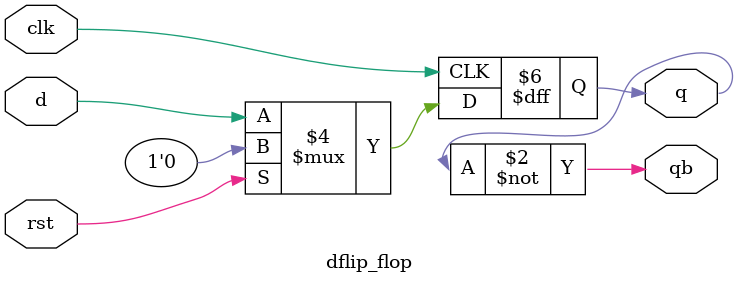
<source format=v>

module dflip_flop(clk,rst,d,q,qb);
  input clk,rst,d;
  output reg q;
  output qb;
  
  always@(posedge clk)
   begin
    if(rst)
      q<=1'b0;
     else
      q<=d;  
   end
  assign qb=~q;
 endmodule

</source>
